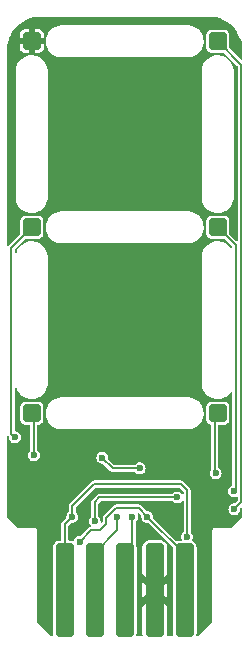
<source format=gbr>
%TF.GenerationSoftware,KiCad,Pcbnew,8.0.6*%
%TF.CreationDate,2025-01-11T11:08:49-05:00*%
%TF.ProjectId,RetroLite,52657472-6f4c-4697-9465-2e6b69636164,rev?*%
%TF.SameCoordinates,Original*%
%TF.FileFunction,Copper,L2,Bot*%
%TF.FilePolarity,Positive*%
%FSLAX46Y46*%
G04 Gerber Fmt 4.6, Leading zero omitted, Abs format (unit mm)*
G04 Created by KiCad (PCBNEW 8.0.6) date 2025-01-11 11:08:49*
%MOMM*%
%LPD*%
G01*
G04 APERTURE LIST*
G04 Aperture macros list*
%AMRoundRect*
0 Rectangle with rounded corners*
0 $1 Rounding radius*
0 $2 $3 $4 $5 $6 $7 $8 $9 X,Y pos of 4 corners*
0 Add a 4 corners polygon primitive as box body*
4,1,4,$2,$3,$4,$5,$6,$7,$8,$9,$2,$3,0*
0 Add four circle primitives for the rounded corners*
1,1,$1+$1,$2,$3*
1,1,$1+$1,$4,$5*
1,1,$1+$1,$6,$7*
1,1,$1+$1,$8,$9*
0 Add four rect primitives between the rounded corners*
20,1,$1+$1,$2,$3,$4,$5,0*
20,1,$1+$1,$4,$5,$6,$7,0*
20,1,$1+$1,$6,$7,$8,$9,0*
20,1,$1+$1,$8,$9,$2,$3,0*%
G04 Aperture macros list end*
%TA.AperFunction,SMDPad,CuDef*%
%ADD10RoundRect,0.400000X-0.400000X-3.600000X0.400000X-3.600000X0.400000X3.600000X-0.400000X3.600000X0*%
%TD*%
%TA.AperFunction,SMDPad,CuDef*%
%ADD11RoundRect,0.250000X0.512000X0.512000X-0.512000X0.512000X-0.512000X-0.512000X0.512000X-0.512000X0*%
%TD*%
%TA.AperFunction,ViaPad*%
%ADD12C,0.600000*%
%TD*%
%TA.AperFunction,Conductor*%
%ADD13C,0.200000*%
%TD*%
G04 APERTURE END LIST*
D10*
%TO.P,J1,6,Pin_6*%
%TO.N,MISO*%
X113715800Y-87122000D03*
%TO.P,J1,7,Pin_7*%
%TO.N,GND*%
X111175800Y-87122000D03*
%TO.P,J1,8,Pin_8*%
%TO.N,~{OE}*%
X108635800Y-87122000D03*
%TO.P,J1,9,Pin_9*%
%TO.N,LATCH*%
X106095800Y-87122000D03*
%TO.P,J1,10,Pin_10*%
%TO.N,CHAIN*%
X103555800Y-87122000D03*
%TD*%
D11*
%TO.P,TP5,1,1*%
%TO.N,/D*%
X116509800Y-72136000D03*
%TD*%
%TO.P,TP7,1,1*%
%TO.N,/F*%
X100761800Y-56388000D03*
%TD*%
%TO.P,TP2,1,1*%
%TO.N,/A*%
X116509800Y-40640000D03*
%TD*%
%TO.P,TP8,1,1*%
%TO.N,/G*%
X116509800Y-56388000D03*
%TD*%
%TO.P,TP6,1,1*%
%TO.N,/E*%
X100761800Y-72136000D03*
%TD*%
%TO.P,TP10,1,1*%
%TO.N,GND*%
X100761800Y-40640000D03*
%TD*%
D12*
%TO.N,MISO*%
X104825800Y-83007200D03*
X110540800Y-80924400D03*
%TO.N,GND*%
X114223800Y-42926000D03*
X114223800Y-74803000D03*
X114528600Y-80264000D03*
X102031800Y-87122000D03*
X114223800Y-58674000D03*
X115366800Y-39243000D03*
X117068600Y-81381600D03*
X112445800Y-81229200D03*
X115493800Y-87122000D03*
X103047800Y-54102000D03*
X104267000Y-82042000D03*
X114223800Y-69850000D03*
X103047800Y-42926000D03*
X103047800Y-69850000D03*
X103047800Y-58674000D03*
X101904800Y-39243000D03*
X114223800Y-54102000D03*
X109905800Y-83007200D03*
%TO.N,~{OE}*%
X109270800Y-80924400D03*
%TO.N,LATCH*%
X108000800Y-80924400D03*
%TO.N,VCC*%
X106095800Y-81280000D03*
X113080800Y-79270000D03*
%TO.N,Net-(U1-QG)*%
X109905800Y-76809600D03*
X106730800Y-75895200D03*
%TO.N,CHAIN*%
X104190800Y-80924400D03*
X113919000Y-82600800D03*
%TO.N,/A*%
X117906800Y-80264000D03*
%TO.N,/D*%
X116330800Y-77216000D03*
%TO.N,/E*%
X100940800Y-75692000D03*
%TO.N,/F*%
X99339400Y-74168000D03*
%TO.N,/G*%
X117895800Y-78740000D03*
%TD*%
D13*
%TO.N,MISO*%
X107914271Y-80162400D02*
X109804200Y-80162400D01*
X109804200Y-80162400D02*
X110540800Y-80899000D01*
X110540800Y-80899000D02*
X110540800Y-80924400D01*
X113715800Y-87122000D02*
X113715800Y-84099400D01*
X104825800Y-83007200D02*
X105791000Y-82042000D01*
X106502200Y-82042000D02*
X107061000Y-81483200D01*
X105791000Y-82042000D02*
X106502200Y-82042000D01*
X107061000Y-81015671D02*
X107914271Y-80162400D01*
X113715800Y-84099400D02*
X110540800Y-80924400D01*
X107061000Y-81483200D02*
X107061000Y-81015671D01*
%TO.N,~{OE}*%
X109270800Y-83185000D02*
X108635800Y-83820000D01*
X109270800Y-80924400D02*
X109270800Y-83185000D01*
X108635800Y-83820000D02*
X108635800Y-87122000D01*
%TO.N,LATCH*%
X108000800Y-82067400D02*
X106095800Y-83972400D01*
X108000800Y-80924400D02*
X108000800Y-82067400D01*
X106095800Y-83972400D02*
X106095800Y-87122000D01*
%TO.N,VCC*%
X106095800Y-81280000D02*
X106095800Y-79654400D01*
X106095800Y-79654400D02*
X106480200Y-79270000D01*
X106480200Y-79270000D02*
X113080800Y-79270000D01*
%TO.N,Net-(U1-QG)*%
X109905800Y-76809600D02*
X107645200Y-76809600D01*
X107645200Y-76809600D02*
X106730800Y-75895200D01*
%TO.N,CHAIN*%
X106045000Y-78130400D02*
X104190800Y-79984600D01*
X104190800Y-79984600D02*
X104190800Y-80924400D01*
X113919000Y-82600800D02*
X113919000Y-78663800D01*
X103555800Y-81559400D02*
X103555800Y-87122000D01*
X113385600Y-78130400D02*
X106045000Y-78130400D01*
X104190800Y-80924400D02*
X103555800Y-81559400D01*
X113919000Y-78663800D02*
X113385600Y-78130400D01*
%TO.N,/A*%
X118495800Y-42626000D02*
X118495800Y-79675000D01*
X118495800Y-79675000D02*
X117906800Y-80264000D01*
X116509800Y-40640000D02*
X118495800Y-42626000D01*
%TO.N,/D*%
X116330800Y-77216000D02*
X116255800Y-77141000D01*
X116255800Y-77141000D02*
X116255800Y-72390000D01*
X116255800Y-72390000D02*
X116509800Y-72136000D01*
%TO.N,/E*%
X100761800Y-72136000D02*
X100940800Y-72315000D01*
X100940800Y-72315000D02*
X100940800Y-75692000D01*
%TO.N,/F*%
X99034600Y-73863200D02*
X99339400Y-74168000D01*
X99034600Y-58115200D02*
X99034600Y-61264800D01*
X99034600Y-61264800D02*
X99034600Y-73863200D01*
X100761800Y-56388000D02*
X99034600Y-58115200D01*
%TO.N,/G*%
X118033800Y-78602000D02*
X117895800Y-78740000D01*
X118033800Y-57912000D02*
X118033800Y-78602000D01*
X116509800Y-56388000D02*
X118033800Y-57912000D01*
%TD*%
%TA.AperFunction,Conductor*%
%TO.N,GND*%
G36*
X115749865Y-38554615D02*
G01*
X116062482Y-38572171D01*
X116070717Y-38573100D01*
X116377326Y-38625196D01*
X116385417Y-38627042D01*
X116684287Y-38713144D01*
X116692100Y-38715878D01*
X116938298Y-38817857D01*
X116979450Y-38834903D01*
X116986913Y-38838497D01*
X117259132Y-38988947D01*
X117266141Y-38993351D01*
X117519802Y-39173333D01*
X117526279Y-39178498D01*
X117758193Y-39385748D01*
X117764051Y-39391606D01*
X117971299Y-39623518D01*
X117976466Y-39629997D01*
X118156448Y-39883658D01*
X118160855Y-39890672D01*
X118265588Y-40080171D01*
X118311296Y-40162873D01*
X118314896Y-40170349D01*
X118433917Y-40457689D01*
X118436658Y-40465522D01*
X118522757Y-40764383D01*
X118524603Y-40772473D01*
X118576698Y-41079076D01*
X118577628Y-41087323D01*
X118595184Y-41399934D01*
X118595300Y-41404083D01*
X118595300Y-42121877D01*
X118573626Y-42174203D01*
X118521300Y-42195877D01*
X118468974Y-42174203D01*
X117493974Y-41199203D01*
X117472300Y-41146877D01*
X117472300Y-40073740D01*
X117472300Y-40073734D01*
X117469446Y-40043301D01*
X117424593Y-39915118D01*
X117403870Y-39887039D01*
X117343953Y-39805853D01*
X117343946Y-39805846D01*
X117234683Y-39725207D01*
X117234681Y-39725206D01*
X117106504Y-39680355D01*
X117106505Y-39680355D01*
X117106500Y-39680354D01*
X117106499Y-39680354D01*
X117076066Y-39677500D01*
X115943534Y-39677500D01*
X115913101Y-39680354D01*
X115913099Y-39680354D01*
X115913095Y-39680355D01*
X115784918Y-39725206D01*
X115784916Y-39725207D01*
X115675653Y-39805846D01*
X115675646Y-39805853D01*
X115595007Y-39915116D01*
X115595006Y-39915118D01*
X115550155Y-40043295D01*
X115550154Y-40043299D01*
X115550154Y-40043301D01*
X115547300Y-40073734D01*
X115547300Y-41206266D01*
X115550154Y-41236699D01*
X115550154Y-41236701D01*
X115550155Y-41236704D01*
X115595006Y-41364881D01*
X115595007Y-41364883D01*
X115675646Y-41474146D01*
X115675653Y-41474153D01*
X115784916Y-41554792D01*
X115784918Y-41554793D01*
X115913095Y-41599644D01*
X115913101Y-41599646D01*
X115943534Y-41602500D01*
X117016677Y-41602500D01*
X117069003Y-41624174D01*
X118173626Y-42728797D01*
X118195300Y-42781123D01*
X118195300Y-57469877D01*
X118173626Y-57522203D01*
X118121300Y-57543877D01*
X118068974Y-57522203D01*
X117493974Y-56947203D01*
X117472300Y-56894877D01*
X117472300Y-55821740D01*
X117472300Y-55821734D01*
X117469446Y-55791301D01*
X117424593Y-55663118D01*
X117424592Y-55663116D01*
X117343953Y-55553853D01*
X117343946Y-55553846D01*
X117234683Y-55473207D01*
X117234681Y-55473206D01*
X117106504Y-55428355D01*
X117106505Y-55428355D01*
X117106500Y-55428354D01*
X117106499Y-55428354D01*
X117076066Y-55425500D01*
X115943534Y-55425500D01*
X115913101Y-55428354D01*
X115913099Y-55428354D01*
X115913095Y-55428355D01*
X115784918Y-55473206D01*
X115784916Y-55473207D01*
X115675653Y-55553846D01*
X115675646Y-55553853D01*
X115595007Y-55663116D01*
X115595006Y-55663118D01*
X115550155Y-55791295D01*
X115550154Y-55791299D01*
X115550154Y-55791301D01*
X115547300Y-55821734D01*
X115547300Y-56954266D01*
X115550154Y-56984699D01*
X115550154Y-56984701D01*
X115550155Y-56984704D01*
X115595006Y-57112881D01*
X115595007Y-57112883D01*
X115675646Y-57222146D01*
X115675653Y-57222153D01*
X115784916Y-57302792D01*
X115784918Y-57302793D01*
X115913095Y-57347644D01*
X115913101Y-57347646D01*
X115943534Y-57350500D01*
X117016677Y-57350500D01*
X117069003Y-57372174D01*
X117711626Y-58014797D01*
X117733300Y-58067123D01*
X117733300Y-58097044D01*
X117711626Y-58149370D01*
X117659300Y-58171044D01*
X117606974Y-58149370D01*
X117600904Y-58142496D01*
X117501634Y-58014953D01*
X117349321Y-57874740D01*
X117337823Y-57864155D01*
X117151427Y-57742376D01*
X117126628Y-57731498D01*
X116947535Y-57652940D01*
X116947531Y-57652939D01*
X116947529Y-57652938D01*
X116801003Y-57615832D01*
X116731684Y-57598278D01*
X116509803Y-57579894D01*
X116509797Y-57579894D01*
X116287915Y-57598278D01*
X116141383Y-57635385D01*
X116072071Y-57652938D01*
X116072069Y-57652938D01*
X116072064Y-57652940D01*
X115868172Y-57742376D01*
X115681788Y-57864147D01*
X115681778Y-57864154D01*
X115517966Y-58014953D01*
X115381215Y-58190652D01*
X115381213Y-58190653D01*
X115381213Y-58190655D01*
X115381211Y-58190658D01*
X115381209Y-58190662D01*
X115275241Y-58386471D01*
X115202947Y-58597059D01*
X115180055Y-58734241D01*
X115166300Y-58816672D01*
X115166300Y-58888116D01*
X115166300Y-69556118D01*
X115166300Y-69596000D01*
X115166300Y-69707326D01*
X115184640Y-69817232D01*
X115202947Y-69926938D01*
X115275241Y-70137526D01*
X115336923Y-70251504D01*
X115381213Y-70333343D01*
X115417263Y-70379660D01*
X115454072Y-70426953D01*
X115517968Y-70509046D01*
X115681777Y-70659843D01*
X115868173Y-70781622D01*
X116072071Y-70871060D01*
X116287909Y-70925718D01*
X116287912Y-70925718D01*
X116287915Y-70925719D01*
X116509797Y-70944104D01*
X116509800Y-70944104D01*
X116509803Y-70944104D01*
X116731684Y-70925719D01*
X116731686Y-70925718D01*
X116731691Y-70925718D01*
X116947529Y-70871060D01*
X117151427Y-70781622D01*
X117337823Y-70659843D01*
X117501632Y-70509046D01*
X117600903Y-70381501D01*
X117650146Y-70353521D01*
X117704751Y-70368556D01*
X117732732Y-70417799D01*
X117733300Y-70426953D01*
X117733300Y-78210773D01*
X117711626Y-78263099D01*
X117690044Y-78278084D01*
X117685749Y-78280045D01*
X117564675Y-78357855D01*
X117564668Y-78357860D01*
X117470423Y-78466626D01*
X117470423Y-78466627D01*
X117410636Y-78597542D01*
X117410635Y-78597544D01*
X117390153Y-78740000D01*
X117410634Y-78882454D01*
X117410634Y-78882455D01*
X117410635Y-78882457D01*
X117450300Y-78969311D01*
X117470423Y-79013373D01*
X117564668Y-79122139D01*
X117564669Y-79122140D01*
X117564672Y-79122143D01*
X117685747Y-79199953D01*
X117792203Y-79231211D01*
X117823835Y-79240499D01*
X117823837Y-79240500D01*
X117823839Y-79240500D01*
X117967762Y-79240500D01*
X117994713Y-79232586D01*
X118100453Y-79201538D01*
X118156764Y-79207591D01*
X118192302Y-79251691D01*
X118195300Y-79272540D01*
X118195300Y-79519876D01*
X118173626Y-79572202D01*
X118004002Y-79741826D01*
X117951676Y-79763500D01*
X117834836Y-79763500D01*
X117696749Y-79804046D01*
X117696745Y-79804047D01*
X117575675Y-79881855D01*
X117575668Y-79881860D01*
X117481423Y-79990626D01*
X117421634Y-80121545D01*
X117401153Y-80264000D01*
X117421634Y-80406454D01*
X117421634Y-80406455D01*
X117421635Y-80406457D01*
X117455666Y-80480974D01*
X117481423Y-80537373D01*
X117575668Y-80646139D01*
X117575669Y-80646140D01*
X117575672Y-80646143D01*
X117668274Y-80705654D01*
X117672130Y-80708133D01*
X117696747Y-80723953D01*
X117803203Y-80755211D01*
X117834835Y-80764499D01*
X117834837Y-80764500D01*
X117834839Y-80764500D01*
X117978763Y-80764500D01*
X117978764Y-80764499D01*
X118116853Y-80723953D01*
X118237928Y-80646143D01*
X118332177Y-80537373D01*
X118391965Y-80406457D01*
X118412447Y-80264000D01*
X118407576Y-80230128D01*
X118421582Y-80175253D01*
X118428490Y-80167279D01*
X118468975Y-80126794D01*
X118521301Y-80105122D01*
X118573627Y-80126797D01*
X118595300Y-80179122D01*
X118595300Y-80912298D01*
X118573626Y-80964624D01*
X117718424Y-81819826D01*
X117666098Y-81841500D01*
X116215918Y-81841500D01*
X116142228Y-81872022D01*
X116085822Y-81928428D01*
X116055300Y-82002116D01*
X116055300Y-89802298D01*
X116033626Y-89854624D01*
X114924424Y-90963826D01*
X114872098Y-90985500D01*
X114767380Y-90985500D01*
X114715054Y-90963826D01*
X114693380Y-90911500D01*
X114699012Y-90883183D01*
X114700844Y-90878762D01*
X114716300Y-90761361D01*
X114716299Y-83482640D01*
X114700844Y-83365238D01*
X114640336Y-83219159D01*
X114544082Y-83093718D01*
X114544079Y-83093715D01*
X114418641Y-82997464D01*
X114379218Y-82981134D01*
X114339170Y-82941085D01*
X114339170Y-82884448D01*
X114343211Y-82876724D01*
X114344374Y-82874175D01*
X114344377Y-82874173D01*
X114404165Y-82743257D01*
X114424647Y-82600800D01*
X114404165Y-82458343D01*
X114344377Y-82327427D01*
X114270788Y-82242500D01*
X114250131Y-82218660D01*
X114246128Y-82215192D01*
X114248041Y-82212983D01*
X114221183Y-82174259D01*
X114219500Y-82158566D01*
X114219500Y-78624238D01*
X114212347Y-78597543D01*
X114199022Y-78547812D01*
X114159460Y-78479289D01*
X113570111Y-77889940D01*
X113570106Y-77889937D01*
X113501590Y-77850379D01*
X113501585Y-77850377D01*
X113425164Y-77829900D01*
X113425162Y-77829900D01*
X106084562Y-77829900D01*
X106005438Y-77829900D01*
X105929012Y-77850378D01*
X105929011Y-77850378D01*
X105929009Y-77850379D01*
X105929007Y-77850380D01*
X105860492Y-77889937D01*
X104006289Y-79744140D01*
X103950340Y-79800088D01*
X103910779Y-79868609D01*
X103910777Y-79868614D01*
X103890300Y-79945035D01*
X103890300Y-80482166D01*
X103868626Y-80534492D01*
X103863515Y-80538611D01*
X103863672Y-80538792D01*
X103859668Y-80542260D01*
X103765423Y-80651026D01*
X103705634Y-80781945D01*
X103685153Y-80924400D01*
X103690022Y-80958270D01*
X103676014Y-81013148D01*
X103669101Y-81021126D01*
X103371289Y-81318940D01*
X103315340Y-81374888D01*
X103275779Y-81443409D01*
X103275777Y-81443414D01*
X103255300Y-81519835D01*
X103255300Y-82847500D01*
X103233626Y-82899826D01*
X103181301Y-82921500D01*
X103116440Y-82921500D01*
X102999040Y-82936955D01*
X102999036Y-82936956D01*
X102852959Y-82997463D01*
X102727520Y-83093715D01*
X102727515Y-83093720D01*
X102631264Y-83219158D01*
X102570755Y-83365238D01*
X102555300Y-83482640D01*
X102555300Y-90761359D01*
X102570755Y-90878759D01*
X102570755Y-90878760D01*
X102570756Y-90878762D01*
X102572587Y-90883182D01*
X102572587Y-90939818D01*
X102532539Y-90979867D01*
X102504220Y-90985500D01*
X102399502Y-90985500D01*
X102347176Y-90963826D01*
X101237974Y-89854624D01*
X101216300Y-89802298D01*
X101216300Y-82002118D01*
X101216299Y-82002116D01*
X101185777Y-81928428D01*
X101185775Y-81928425D01*
X101129375Y-81872025D01*
X101129371Y-81872022D01*
X101055682Y-81841500D01*
X99605502Y-81841500D01*
X99553176Y-81819826D01*
X98697974Y-80964624D01*
X98676300Y-80912298D01*
X98676300Y-74108523D01*
X98697974Y-74056197D01*
X98750300Y-74034523D01*
X98802626Y-74056197D01*
X98817701Y-74071272D01*
X98839375Y-74123598D01*
X98838622Y-74134127D01*
X98833753Y-74167998D01*
X98833753Y-74167999D01*
X98854234Y-74310454D01*
X98914023Y-74441373D01*
X99008268Y-74550139D01*
X99008269Y-74550140D01*
X99008272Y-74550143D01*
X99129347Y-74627953D01*
X99235803Y-74659211D01*
X99267435Y-74668499D01*
X99267437Y-74668500D01*
X99267439Y-74668500D01*
X99411363Y-74668500D01*
X99411364Y-74668499D01*
X99549453Y-74627953D01*
X99670528Y-74550143D01*
X99764777Y-74441373D01*
X99824565Y-74310457D01*
X99845047Y-74168000D01*
X99824565Y-74025543D01*
X99764777Y-73894627D01*
X99670528Y-73785857D01*
X99613582Y-73749260D01*
X99549454Y-73708047D01*
X99549450Y-73708046D01*
X99411364Y-73667500D01*
X99411361Y-73667500D01*
X99409100Y-73667500D01*
X99407897Y-73667001D01*
X99406125Y-73666747D01*
X99406190Y-73666294D01*
X99356774Y-73645826D01*
X99335100Y-73593500D01*
X99335100Y-71569734D01*
X99799300Y-71569734D01*
X99799300Y-72702266D01*
X99802154Y-72732699D01*
X99802154Y-72732701D01*
X99802155Y-72732704D01*
X99847006Y-72860881D01*
X99847007Y-72860883D01*
X99927646Y-72970146D01*
X99927653Y-72970153D01*
X100036916Y-73050792D01*
X100036918Y-73050793D01*
X100165095Y-73095644D01*
X100165101Y-73095646D01*
X100195534Y-73098500D01*
X100566300Y-73098500D01*
X100618626Y-73120174D01*
X100640300Y-73172500D01*
X100640300Y-75249766D01*
X100618626Y-75302092D01*
X100613515Y-75306211D01*
X100613672Y-75306392D01*
X100609668Y-75309860D01*
X100515423Y-75418626D01*
X100455634Y-75549545D01*
X100435153Y-75692000D01*
X100455634Y-75834454D01*
X100515423Y-75965373D01*
X100609668Y-76074139D01*
X100609669Y-76074140D01*
X100609672Y-76074143D01*
X100730747Y-76151953D01*
X100837203Y-76183211D01*
X100868835Y-76192499D01*
X100868837Y-76192500D01*
X100868839Y-76192500D01*
X101012763Y-76192500D01*
X101012764Y-76192499D01*
X101150853Y-76151953D01*
X101271928Y-76074143D01*
X101366177Y-75965373D01*
X101398224Y-75895200D01*
X106225153Y-75895200D01*
X106245634Y-76037654D01*
X106245634Y-76037655D01*
X106245635Y-76037657D01*
X106297832Y-76151952D01*
X106305423Y-76168573D01*
X106399668Y-76277339D01*
X106399669Y-76277340D01*
X106399672Y-76277343D01*
X106520747Y-76355153D01*
X106627203Y-76386411D01*
X106658835Y-76395699D01*
X106658837Y-76395700D01*
X106775677Y-76395700D01*
X106828003Y-76417374D01*
X107404740Y-76994111D01*
X107460689Y-77050060D01*
X107529211Y-77089621D01*
X107529212Y-77089621D01*
X107529214Y-77089622D01*
X107567424Y-77099860D01*
X107605635Y-77110099D01*
X107605636Y-77110100D01*
X107605638Y-77110100D01*
X107684762Y-77110100D01*
X109470133Y-77110100D01*
X109522459Y-77131774D01*
X109526059Y-77135641D01*
X109574668Y-77191739D01*
X109574671Y-77191742D01*
X109574672Y-77191743D01*
X109695747Y-77269553D01*
X109802203Y-77300811D01*
X109833835Y-77310099D01*
X109833837Y-77310100D01*
X109833839Y-77310100D01*
X109977763Y-77310100D01*
X109977764Y-77310099D01*
X110115853Y-77269553D01*
X110236928Y-77191743D01*
X110331177Y-77082973D01*
X110390965Y-76952057D01*
X110411447Y-76809600D01*
X110390965Y-76667143D01*
X110331177Y-76536227D01*
X110236928Y-76427457D01*
X110124421Y-76355153D01*
X110115854Y-76349647D01*
X110115850Y-76349646D01*
X109977764Y-76309100D01*
X109977761Y-76309100D01*
X109833839Y-76309100D01*
X109833836Y-76309100D01*
X109695749Y-76349646D01*
X109695745Y-76349647D01*
X109574671Y-76427457D01*
X109574668Y-76427460D01*
X109526059Y-76483559D01*
X109475412Y-76508911D01*
X109470133Y-76509100D01*
X107800323Y-76509100D01*
X107747997Y-76487426D01*
X107252497Y-75991926D01*
X107230823Y-75939600D01*
X107231577Y-75929066D01*
X107236447Y-75895202D01*
X107236447Y-75895201D01*
X107236447Y-75895200D01*
X107215965Y-75752743D01*
X107156177Y-75621827D01*
X107061928Y-75513057D01*
X107004982Y-75476460D01*
X106940854Y-75435247D01*
X106940850Y-75435246D01*
X106802764Y-75394700D01*
X106802761Y-75394700D01*
X106658839Y-75394700D01*
X106658836Y-75394700D01*
X106520749Y-75435246D01*
X106520745Y-75435247D01*
X106399675Y-75513055D01*
X106399668Y-75513060D01*
X106305423Y-75621826D01*
X106245634Y-75752745D01*
X106225153Y-75895200D01*
X101398224Y-75895200D01*
X101425965Y-75834457D01*
X101446447Y-75692000D01*
X101425965Y-75549543D01*
X101366177Y-75418627D01*
X101271928Y-75309857D01*
X101271926Y-75309855D01*
X101267928Y-75306392D01*
X101269841Y-75304183D01*
X101242983Y-75265459D01*
X101241300Y-75249766D01*
X101241300Y-73172500D01*
X101262974Y-73120174D01*
X101315300Y-73098500D01*
X101328058Y-73098500D01*
X101328066Y-73098500D01*
X101358499Y-73095646D01*
X101486682Y-73050793D01*
X101595950Y-72970150D01*
X101676593Y-72860882D01*
X101721446Y-72732699D01*
X101724300Y-72702266D01*
X101724300Y-72135996D01*
X101953696Y-72135996D01*
X101953696Y-72136003D01*
X101972080Y-72357884D01*
X101972082Y-72357891D01*
X102007228Y-72496679D01*
X102026742Y-72573734D01*
X102116178Y-72777626D01*
X102170571Y-72860882D01*
X102237956Y-72964022D01*
X102388754Y-73127832D01*
X102564456Y-73264587D01*
X102760272Y-73370557D01*
X102970859Y-73442852D01*
X103190473Y-73479499D01*
X103247195Y-73479499D01*
X103247199Y-73479500D01*
X103261917Y-73479500D01*
X114040334Y-73479500D01*
X114040336Y-73479499D01*
X114081127Y-73479499D01*
X114300741Y-73442852D01*
X114511328Y-73370557D01*
X114707144Y-73264587D01*
X114882846Y-73127832D01*
X115033644Y-72964022D01*
X115155422Y-72777626D01*
X115244860Y-72573728D01*
X115299518Y-72357891D01*
X115302669Y-72319873D01*
X115317904Y-72136003D01*
X115317904Y-72135996D01*
X115299519Y-71914115D01*
X115299518Y-71914112D01*
X115299518Y-71914109D01*
X115244860Y-71698272D01*
X115188478Y-71569734D01*
X115547300Y-71569734D01*
X115547300Y-72702266D01*
X115550154Y-72732699D01*
X115550154Y-72732701D01*
X115550155Y-72732704D01*
X115595006Y-72860881D01*
X115595007Y-72860883D01*
X115675646Y-72970146D01*
X115675653Y-72970153D01*
X115784916Y-73050792D01*
X115784918Y-73050793D01*
X115905741Y-73093071D01*
X115947972Y-73130810D01*
X115955300Y-73162918D01*
X115955300Y-76857464D01*
X115937226Y-76905923D01*
X115905425Y-76942622D01*
X115905424Y-76942624D01*
X115845634Y-77073545D01*
X115825153Y-77216000D01*
X115845634Y-77358454D01*
X115905423Y-77489373D01*
X115999668Y-77598139D01*
X115999669Y-77598140D01*
X115999672Y-77598143D01*
X116120747Y-77675953D01*
X116227203Y-77707211D01*
X116258835Y-77716499D01*
X116258837Y-77716500D01*
X116258839Y-77716500D01*
X116402763Y-77716500D01*
X116402764Y-77716499D01*
X116540853Y-77675953D01*
X116661928Y-77598143D01*
X116756177Y-77489373D01*
X116815965Y-77358457D01*
X116836447Y-77216000D01*
X116815965Y-77073543D01*
X116756177Y-76942627D01*
X116706300Y-76885065D01*
X116661931Y-76833860D01*
X116661929Y-76833859D01*
X116661928Y-76833857D01*
X116590291Y-76787818D01*
X116557991Y-76741297D01*
X116556300Y-76725567D01*
X116556300Y-73172500D01*
X116577974Y-73120174D01*
X116630300Y-73098500D01*
X117076058Y-73098500D01*
X117076066Y-73098500D01*
X117106499Y-73095646D01*
X117234682Y-73050793D01*
X117343950Y-72970150D01*
X117424593Y-72860882D01*
X117469446Y-72732699D01*
X117472300Y-72702266D01*
X117472300Y-71569734D01*
X117469446Y-71539301D01*
X117424593Y-71411118D01*
X117424592Y-71411116D01*
X117343953Y-71301853D01*
X117343946Y-71301846D01*
X117234683Y-71221207D01*
X117234681Y-71221206D01*
X117106504Y-71176355D01*
X117106505Y-71176355D01*
X117106500Y-71176354D01*
X117106499Y-71176354D01*
X117076066Y-71173500D01*
X115943534Y-71173500D01*
X115913101Y-71176354D01*
X115913099Y-71176354D01*
X115913095Y-71176355D01*
X115784918Y-71221206D01*
X115784916Y-71221207D01*
X115675653Y-71301846D01*
X115675646Y-71301853D01*
X115595007Y-71411116D01*
X115595006Y-71411118D01*
X115550155Y-71539295D01*
X115550154Y-71539299D01*
X115550154Y-71539301D01*
X115547300Y-71569734D01*
X115188478Y-71569734D01*
X115155422Y-71494374D01*
X115033644Y-71307978D01*
X114882846Y-71144168D01*
X114832808Y-71105222D01*
X114707146Y-71007414D01*
X114511329Y-70901443D01*
X114410428Y-70866803D01*
X114300741Y-70829148D01*
X114300738Y-70829147D01*
X114300737Y-70829147D01*
X114227711Y-70816961D01*
X114081127Y-70792501D01*
X114081122Y-70792500D01*
X114081120Y-70792500D01*
X114009683Y-70792500D01*
X103261917Y-70792500D01*
X103261916Y-70792500D01*
X103190479Y-70792500D01*
X103190476Y-70792500D01*
X103190473Y-70792501D01*
X103080535Y-70810846D01*
X102970862Y-70829147D01*
X102760270Y-70901443D01*
X102564453Y-71007414D01*
X102388752Y-71144169D01*
X102237953Y-71307981D01*
X102116178Y-71494373D01*
X102026742Y-71698265D01*
X101972080Y-71914115D01*
X101953696Y-72135996D01*
X101724300Y-72135996D01*
X101724300Y-71569734D01*
X101721446Y-71539301D01*
X101676593Y-71411118D01*
X101676592Y-71411116D01*
X101595953Y-71301853D01*
X101595946Y-71301846D01*
X101486683Y-71221207D01*
X101486681Y-71221206D01*
X101358504Y-71176355D01*
X101358505Y-71176355D01*
X101358500Y-71176354D01*
X101358499Y-71176354D01*
X101328066Y-71173500D01*
X100195534Y-71173500D01*
X100165101Y-71176354D01*
X100165099Y-71176354D01*
X100165095Y-71176355D01*
X100036918Y-71221206D01*
X100036916Y-71221207D01*
X99927653Y-71301846D01*
X99927646Y-71301853D01*
X99847007Y-71411116D01*
X99847006Y-71411118D01*
X99802155Y-71539295D01*
X99802154Y-71539299D01*
X99802154Y-71539301D01*
X99799300Y-71569734D01*
X99335100Y-71569734D01*
X99335100Y-70021293D01*
X99356774Y-69968967D01*
X99409100Y-69947293D01*
X99461426Y-69968967D01*
X99479089Y-69997263D01*
X99487339Y-70021293D01*
X99527241Y-70137527D01*
X99527242Y-70137528D01*
X99633213Y-70333344D01*
X99660620Y-70368556D01*
X99769965Y-70509044D01*
X99769968Y-70509047D01*
X99933777Y-70659844D01*
X100120173Y-70781623D01*
X100324071Y-70871061D01*
X100539909Y-70925719D01*
X100539912Y-70925719D01*
X100539915Y-70925720D01*
X100761797Y-70944105D01*
X100761800Y-70944105D01*
X100761803Y-70944105D01*
X100983684Y-70925720D01*
X100983686Y-70925719D01*
X100983691Y-70925719D01*
X101199529Y-70871061D01*
X101403427Y-70781623D01*
X101589823Y-70659844D01*
X101753632Y-70509047D01*
X101890387Y-70333344D01*
X101996358Y-70137528D01*
X102068652Y-69926941D01*
X102105300Y-69707327D01*
X102105300Y-69596001D01*
X102105300Y-69556119D01*
X102105300Y-69556118D01*
X102105300Y-58888117D01*
X102105300Y-58888116D01*
X102105300Y-58816673D01*
X102068652Y-58597059D01*
X101996358Y-58386472D01*
X101890387Y-58190656D01*
X101753632Y-58014953D01*
X101589823Y-57864156D01*
X101403427Y-57742377D01*
X101378628Y-57731499D01*
X101199535Y-57652941D01*
X101199531Y-57652940D01*
X101199529Y-57652939D01*
X101053003Y-57615833D01*
X100983684Y-57598279D01*
X100761803Y-57579895D01*
X100761797Y-57579895D01*
X100539915Y-57598279D01*
X100393383Y-57635386D01*
X100324071Y-57652939D01*
X100324069Y-57652939D01*
X100324064Y-57652941D01*
X100120172Y-57742377D01*
X99933788Y-57864148D01*
X99933778Y-57864155D01*
X99769966Y-58014954D01*
X99633215Y-58190653D01*
X99633209Y-58190663D01*
X99527241Y-58386472D01*
X99479091Y-58526733D01*
X99441601Y-58569187D01*
X99385073Y-58572697D01*
X99342619Y-58535207D01*
X99335100Y-58502706D01*
X99335100Y-58270323D01*
X99356774Y-58217997D01*
X100202597Y-57372174D01*
X100254923Y-57350500D01*
X101328058Y-57350500D01*
X101328066Y-57350500D01*
X101358499Y-57347646D01*
X101486682Y-57302793D01*
X101595950Y-57222150D01*
X101676593Y-57112882D01*
X101721446Y-56984699D01*
X101724300Y-56954266D01*
X101724300Y-56387996D01*
X101953696Y-56387996D01*
X101953696Y-56388003D01*
X101972080Y-56609884D01*
X101972082Y-56609891D01*
X102007228Y-56748679D01*
X102026742Y-56825734D01*
X102116178Y-57029626D01*
X102170571Y-57112882D01*
X102237956Y-57216022D01*
X102388754Y-57379832D01*
X102564456Y-57516587D01*
X102760272Y-57622557D01*
X102970859Y-57694852D01*
X103190473Y-57731499D01*
X103247195Y-57731499D01*
X103247199Y-57731500D01*
X103261917Y-57731500D01*
X114040334Y-57731500D01*
X114040336Y-57731499D01*
X114081127Y-57731499D01*
X114300741Y-57694852D01*
X114511328Y-57622557D01*
X114707144Y-57516587D01*
X114882846Y-57379832D01*
X115033644Y-57216022D01*
X115155422Y-57029626D01*
X115244860Y-56825728D01*
X115299518Y-56609891D01*
X115302669Y-56571873D01*
X115317904Y-56388003D01*
X115317904Y-56387996D01*
X115299519Y-56166115D01*
X115299518Y-56166112D01*
X115299518Y-56166109D01*
X115244860Y-55950272D01*
X115155422Y-55746374D01*
X115033644Y-55559978D01*
X114882846Y-55396168D01*
X114832808Y-55357222D01*
X114707146Y-55259414D01*
X114511329Y-55153443D01*
X114410428Y-55118803D01*
X114300741Y-55081148D01*
X114300738Y-55081147D01*
X114300737Y-55081147D01*
X114227711Y-55068961D01*
X114081127Y-55044501D01*
X114081122Y-55044500D01*
X114081120Y-55044500D01*
X114009683Y-55044500D01*
X103261917Y-55044500D01*
X103261916Y-55044500D01*
X103190479Y-55044500D01*
X103190476Y-55044500D01*
X103190473Y-55044501D01*
X103080535Y-55062846D01*
X102970862Y-55081147D01*
X102760270Y-55153443D01*
X102564453Y-55259414D01*
X102388752Y-55396169D01*
X102237953Y-55559981D01*
X102116178Y-55746373D01*
X102026742Y-55950265D01*
X101972080Y-56166115D01*
X101953696Y-56387996D01*
X101724300Y-56387996D01*
X101724300Y-55821734D01*
X101721446Y-55791301D01*
X101676593Y-55663118D01*
X101676592Y-55663116D01*
X101595953Y-55553853D01*
X101595946Y-55553846D01*
X101486683Y-55473207D01*
X101486681Y-55473206D01*
X101358504Y-55428355D01*
X101358505Y-55428355D01*
X101358500Y-55428354D01*
X101358499Y-55428354D01*
X101328066Y-55425500D01*
X100195534Y-55425500D01*
X100165101Y-55428354D01*
X100165099Y-55428354D01*
X100165095Y-55428355D01*
X100036918Y-55473206D01*
X100036916Y-55473207D01*
X99927653Y-55553846D01*
X99927646Y-55553853D01*
X99847007Y-55663116D01*
X99847006Y-55663118D01*
X99802155Y-55791295D01*
X99802154Y-55791299D01*
X99802154Y-55791301D01*
X99799300Y-55821734D01*
X99799300Y-55821740D01*
X99799300Y-56894877D01*
X99777626Y-56947203D01*
X98802626Y-57922203D01*
X98750300Y-57943877D01*
X98697974Y-57922203D01*
X98676300Y-57869877D01*
X98676300Y-43068674D01*
X99418300Y-43068674D01*
X99418300Y-43140117D01*
X99418300Y-43140118D01*
X99418300Y-53808119D01*
X99418300Y-53808120D01*
X99418300Y-53848002D01*
X99418300Y-53959328D01*
X99430406Y-54031874D01*
X99454947Y-54178940D01*
X99527241Y-54389528D01*
X99527242Y-54389529D01*
X99633213Y-54585345D01*
X99633214Y-54585346D01*
X99633215Y-54585347D01*
X99769965Y-54761045D01*
X99769968Y-54761048D01*
X99933777Y-54911845D01*
X100120173Y-55033624D01*
X100324071Y-55123062D01*
X100539909Y-55177720D01*
X100539912Y-55177720D01*
X100539915Y-55177721D01*
X100761797Y-55196106D01*
X100761800Y-55196106D01*
X100761803Y-55196106D01*
X100983684Y-55177721D01*
X100983686Y-55177720D01*
X100983691Y-55177720D01*
X101199529Y-55123062D01*
X101403427Y-55033624D01*
X101589823Y-54911845D01*
X101753632Y-54761048D01*
X101890387Y-54585345D01*
X101996358Y-54389529D01*
X102068652Y-54178942D01*
X102105300Y-53959328D01*
X102105300Y-53848002D01*
X102105300Y-53808120D01*
X102105300Y-53808119D01*
X102105300Y-43140118D01*
X102105300Y-43140117D01*
X102105300Y-43068674D01*
X102105300Y-43068673D01*
X115166300Y-43068673D01*
X115166300Y-43140117D01*
X115166300Y-53808119D01*
X115166300Y-53848001D01*
X115166300Y-53959327D01*
X115184640Y-54069233D01*
X115202947Y-54178939D01*
X115275241Y-54389527D01*
X115336923Y-54503505D01*
X115381213Y-54585344D01*
X115517968Y-54761047D01*
X115681777Y-54911844D01*
X115868173Y-55033623D01*
X116072071Y-55123061D01*
X116287909Y-55177719D01*
X116287912Y-55177719D01*
X116287915Y-55177720D01*
X116509797Y-55196105D01*
X116509800Y-55196105D01*
X116509803Y-55196105D01*
X116731684Y-55177720D01*
X116731686Y-55177719D01*
X116731691Y-55177719D01*
X116947529Y-55123061D01*
X117151427Y-55033623D01*
X117337823Y-54911844D01*
X117501632Y-54761047D01*
X117638387Y-54585344D01*
X117744358Y-54389528D01*
X117816652Y-54178941D01*
X117853300Y-53959327D01*
X117853300Y-53848001D01*
X117853300Y-53808119D01*
X117853300Y-43140117D01*
X117853300Y-43068673D01*
X117816652Y-42849059D01*
X117744358Y-42638472D01*
X117638387Y-42442656D01*
X117501632Y-42266953D01*
X117337823Y-42116156D01*
X117151427Y-41994377D01*
X117126628Y-41983499D01*
X116947535Y-41904941D01*
X116947531Y-41904940D01*
X116947529Y-41904939D01*
X116801003Y-41867833D01*
X116731684Y-41850279D01*
X116509803Y-41831895D01*
X116509797Y-41831895D01*
X116287915Y-41850279D01*
X116141383Y-41887386D01*
X116072071Y-41904939D01*
X116072069Y-41904939D01*
X116072064Y-41904941D01*
X115868172Y-41994377D01*
X115681788Y-42116148D01*
X115681778Y-42116155D01*
X115517966Y-42266954D01*
X115381215Y-42442653D01*
X115381213Y-42442654D01*
X115381213Y-42442656D01*
X115381211Y-42442659D01*
X115381209Y-42442663D01*
X115275241Y-42638472D01*
X115202947Y-42849060D01*
X115180055Y-42986242D01*
X115166300Y-43068673D01*
X102105300Y-43068673D01*
X102068652Y-42849060D01*
X101996358Y-42638473D01*
X101890387Y-42442657D01*
X101753632Y-42266954D01*
X101589823Y-42116157D01*
X101403427Y-41994378D01*
X101378628Y-41983500D01*
X101199535Y-41904942D01*
X101199531Y-41904941D01*
X101199529Y-41904940D01*
X101053003Y-41867834D01*
X100983684Y-41850280D01*
X100761803Y-41831896D01*
X100761797Y-41831896D01*
X100539915Y-41850280D01*
X100393383Y-41887387D01*
X100324071Y-41904940D01*
X100324069Y-41904940D01*
X100324064Y-41904942D01*
X100120172Y-41994378D01*
X99933788Y-42116149D01*
X99933778Y-42116156D01*
X99769966Y-42266955D01*
X99633215Y-42442654D01*
X99633209Y-42442664D01*
X99527241Y-42638473D01*
X99454947Y-42849061D01*
X99432055Y-42986243D01*
X99418300Y-43068674D01*
X98676300Y-43068674D01*
X98676300Y-41404083D01*
X98676416Y-41399934D01*
X98678384Y-41364882D01*
X98687653Y-41199828D01*
X99749800Y-41199828D01*
X99756202Y-41259375D01*
X99756203Y-41259380D01*
X99806445Y-41394087D01*
X99806446Y-41394088D01*
X99892611Y-41509188D01*
X100007711Y-41595353D01*
X100007712Y-41595354D01*
X100142419Y-41645596D01*
X100142424Y-41645597D01*
X100201971Y-41652000D01*
X100511800Y-41652000D01*
X101011800Y-41652000D01*
X101321629Y-41652000D01*
X101381175Y-41645597D01*
X101381180Y-41645596D01*
X101515887Y-41595354D01*
X101515888Y-41595353D01*
X101630988Y-41509188D01*
X101717153Y-41394088D01*
X101717154Y-41394087D01*
X101767396Y-41259380D01*
X101767397Y-41259375D01*
X101773800Y-41199828D01*
X101773800Y-40890000D01*
X101011800Y-40890000D01*
X101011800Y-41652000D01*
X100511800Y-41652000D01*
X100511800Y-40890000D01*
X99749800Y-40890000D01*
X99749800Y-41199828D01*
X98687653Y-41199828D01*
X98693971Y-41087315D01*
X98694901Y-41079076D01*
X98695131Y-41077728D01*
X98746996Y-40772469D01*
X98748842Y-40764383D01*
X98784677Y-40639996D01*
X101953696Y-40639996D01*
X101953696Y-40640003D01*
X101972080Y-40861884D01*
X101989634Y-40931201D01*
X102007228Y-41000679D01*
X102026742Y-41077734D01*
X102116178Y-41281626D01*
X102170571Y-41364882D01*
X102237956Y-41468022D01*
X102388754Y-41631832D01*
X102564456Y-41768587D01*
X102760272Y-41874557D01*
X102970859Y-41946852D01*
X103190473Y-41983499D01*
X103247195Y-41983499D01*
X103247199Y-41983500D01*
X103261917Y-41983500D01*
X114040334Y-41983500D01*
X114040336Y-41983499D01*
X114081127Y-41983499D01*
X114300741Y-41946852D01*
X114511328Y-41874557D01*
X114707144Y-41768587D01*
X114882846Y-41631832D01*
X115033644Y-41468022D01*
X115155422Y-41281626D01*
X115244860Y-41077728D01*
X115299518Y-40861891D01*
X115302669Y-40823873D01*
X115317904Y-40640003D01*
X115317904Y-40639996D01*
X115299519Y-40418115D01*
X115299518Y-40418112D01*
X115299518Y-40418109D01*
X115244860Y-40202272D01*
X115155422Y-39998374D01*
X115033644Y-39811978D01*
X114882846Y-39648168D01*
X114832808Y-39609222D01*
X114707146Y-39511414D01*
X114511329Y-39405443D01*
X114410428Y-39370803D01*
X114300741Y-39333148D01*
X114300738Y-39333147D01*
X114300737Y-39333147D01*
X114227711Y-39320961D01*
X114081127Y-39296501D01*
X114081122Y-39296500D01*
X114081120Y-39296500D01*
X114009683Y-39296500D01*
X103261917Y-39296500D01*
X103261916Y-39296500D01*
X103190479Y-39296500D01*
X103190476Y-39296500D01*
X103190473Y-39296501D01*
X103080535Y-39314846D01*
X102970862Y-39333147D01*
X102760270Y-39405443D01*
X102564453Y-39511414D01*
X102388752Y-39648169D01*
X102237953Y-39811981D01*
X102116178Y-39998373D01*
X102026742Y-40202265D01*
X101972080Y-40418115D01*
X101953696Y-40639996D01*
X98784677Y-40639996D01*
X98807702Y-40560073D01*
X98834946Y-40465506D01*
X98837676Y-40457704D01*
X98956705Y-40170344D01*
X98960293Y-40162892D01*
X99006011Y-40080171D01*
X99749800Y-40080171D01*
X99749800Y-40390000D01*
X100511800Y-40390000D01*
X101011800Y-40390000D01*
X101773800Y-40390000D01*
X101773800Y-40080171D01*
X101767397Y-40020624D01*
X101767396Y-40020619D01*
X101717154Y-39885912D01*
X101717153Y-39885911D01*
X101630988Y-39770811D01*
X101515888Y-39684646D01*
X101515887Y-39684645D01*
X101381180Y-39634403D01*
X101381175Y-39634402D01*
X101321629Y-39628000D01*
X101011800Y-39628000D01*
X101011800Y-40390000D01*
X100511800Y-40390000D01*
X100511800Y-39628000D01*
X100201971Y-39628000D01*
X100142424Y-39634402D01*
X100142419Y-39634403D01*
X100007712Y-39684645D01*
X100007711Y-39684646D01*
X99892611Y-39770811D01*
X99806446Y-39885911D01*
X99806445Y-39885912D01*
X99756203Y-40020619D01*
X99756202Y-40020624D01*
X99749800Y-40080171D01*
X99006011Y-40080171D01*
X99110751Y-39890659D01*
X99115143Y-39883669D01*
X99295141Y-39629986D01*
X99300291Y-39623528D01*
X99507556Y-39391597D01*
X99513397Y-39385756D01*
X99745328Y-39178491D01*
X99751786Y-39173341D01*
X100005469Y-38993343D01*
X100012459Y-38988951D01*
X100284692Y-38838493D01*
X100292144Y-38834905D01*
X100579504Y-38715876D01*
X100587306Y-38713146D01*
X100886186Y-38627041D01*
X100894269Y-38625196D01*
X101200884Y-38573100D01*
X101209115Y-38572171D01*
X101521734Y-38554615D01*
X101525883Y-38554500D01*
X101563682Y-38554500D01*
X115707918Y-38554500D01*
X115745717Y-38554500D01*
X115749865Y-38554615D01*
G37*
%TD.AperFunction*%
%TA.AperFunction,Conductor*%
G36*
X109841895Y-80625066D02*
G01*
X110022294Y-80805465D01*
X110043968Y-80857791D01*
X110043215Y-80868321D01*
X110035153Y-80924399D01*
X110055634Y-81066854D01*
X110055634Y-81066855D01*
X110055635Y-81066857D01*
X110088844Y-81139574D01*
X110115423Y-81197773D01*
X110209668Y-81306539D01*
X110209669Y-81306540D01*
X110209672Y-81306543D01*
X110274442Y-81348168D01*
X110324600Y-81380403D01*
X110330747Y-81384353D01*
X110437203Y-81415611D01*
X110468835Y-81424899D01*
X110468837Y-81424900D01*
X110585677Y-81424900D01*
X110638003Y-81446574D01*
X112693626Y-83502197D01*
X112715300Y-83554523D01*
X112715300Y-90761359D01*
X112730755Y-90878759D01*
X112730755Y-90878760D01*
X112730756Y-90878762D01*
X112732587Y-90883182D01*
X112732587Y-90939818D01*
X112692539Y-90979867D01*
X112664220Y-90985500D01*
X112274682Y-90985500D01*
X112222356Y-90963826D01*
X112200682Y-90911500D01*
X112203620Y-90890855D01*
X112222899Y-90824493D01*
X112225800Y-90787641D01*
X112225800Y-88525553D01*
X111175800Y-87475553D01*
X110125800Y-88525553D01*
X110125800Y-90787641D01*
X110128700Y-90824493D01*
X110147980Y-90890855D01*
X110141764Y-90947150D01*
X110097563Y-90982562D01*
X110076918Y-90985500D01*
X109687380Y-90985500D01*
X109635054Y-90963826D01*
X109613380Y-90911500D01*
X109619012Y-90883183D01*
X109620844Y-90878762D01*
X109636300Y-90761361D01*
X109636300Y-87818446D01*
X110125800Y-87818446D01*
X110822247Y-87122000D01*
X111529353Y-87122000D01*
X112225799Y-87818446D01*
X112225800Y-87818446D01*
X112225800Y-86425553D01*
X112225799Y-86425553D01*
X111529353Y-87122000D01*
X110822247Y-87122000D01*
X110125800Y-86425553D01*
X110125800Y-87818446D01*
X109636300Y-87818446D01*
X109636299Y-83482640D01*
X109632839Y-83456358D01*
X110125800Y-83456358D01*
X110125800Y-85718447D01*
X111175800Y-86768447D01*
X112225800Y-85718447D01*
X112225800Y-83456358D01*
X112222899Y-83419506D01*
X112177081Y-83261800D01*
X112093482Y-83120443D01*
X111977356Y-83004317D01*
X111835999Y-82920718D01*
X111678291Y-82874900D01*
X111678294Y-82874900D01*
X111641441Y-82872000D01*
X110710159Y-82872000D01*
X110673306Y-82874900D01*
X110515600Y-82920718D01*
X110374243Y-83004317D01*
X110258117Y-83120443D01*
X110174518Y-83261800D01*
X110128700Y-83419506D01*
X110125800Y-83456358D01*
X109632839Y-83456358D01*
X109620844Y-83365238D01*
X109576782Y-83258865D01*
X109572913Y-83229413D01*
X109571300Y-83229413D01*
X109571300Y-81366633D01*
X109592974Y-81314307D01*
X109598088Y-81310187D01*
X109597931Y-81310006D01*
X109601931Y-81306540D01*
X109628882Y-81275435D01*
X109696177Y-81197773D01*
X109755965Y-81066857D01*
X109776447Y-80924400D01*
X109755965Y-80781943D01*
X109722255Y-80708131D01*
X109720235Y-80651532D01*
X109758828Y-80610079D01*
X109815429Y-80608058D01*
X109841895Y-80625066D01*
G37*
%TD.AperFunction*%
%TA.AperFunction,Conductor*%
G36*
X113282803Y-78452574D02*
G01*
X113596826Y-78766597D01*
X113618500Y-78818923D01*
X113618500Y-78927853D01*
X113596826Y-78980179D01*
X113544500Y-79001853D01*
X113492174Y-78980179D01*
X113488574Y-78976312D01*
X113482671Y-78969500D01*
X113460540Y-78943959D01*
X113411931Y-78887860D01*
X113411929Y-78887859D01*
X113411928Y-78887857D01*
X113354982Y-78851260D01*
X113290854Y-78810047D01*
X113290850Y-78810046D01*
X113152764Y-78769500D01*
X113152761Y-78769500D01*
X113008839Y-78769500D01*
X113008836Y-78769500D01*
X112870749Y-78810046D01*
X112870745Y-78810047D01*
X112749671Y-78887857D01*
X112749668Y-78887860D01*
X112701059Y-78943959D01*
X112650412Y-78969311D01*
X112645133Y-78969500D01*
X106519762Y-78969500D01*
X106440638Y-78969500D01*
X106364212Y-78989978D01*
X106364211Y-78989978D01*
X106364209Y-78989979D01*
X106364207Y-78989980D01*
X106295692Y-79029537D01*
X105911289Y-79413940D01*
X105855340Y-79469888D01*
X105815779Y-79538409D01*
X105815777Y-79538414D01*
X105795300Y-79614835D01*
X105795300Y-80837766D01*
X105773626Y-80890092D01*
X105768515Y-80894211D01*
X105768672Y-80894392D01*
X105764668Y-80897860D01*
X105670423Y-81006626D01*
X105610634Y-81137545D01*
X105590153Y-81280000D01*
X105610634Y-81422454D01*
X105610634Y-81422455D01*
X105610635Y-81422457D01*
X105620206Y-81443414D01*
X105670423Y-81553373D01*
X105740570Y-81634328D01*
X105758455Y-81688067D01*
X105733103Y-81738713D01*
X105703798Y-81754265D01*
X105675012Y-81761978D01*
X105675011Y-81761978D01*
X105666488Y-81766900D01*
X105606488Y-81801540D01*
X104923002Y-82485026D01*
X104870676Y-82506700D01*
X104753836Y-82506700D01*
X104615749Y-82547246D01*
X104615745Y-82547247D01*
X104494675Y-82625055D01*
X104494668Y-82625060D01*
X104400423Y-82733826D01*
X104340634Y-82864745D01*
X104331573Y-82927768D01*
X104302672Y-82976476D01*
X104247794Y-82990483D01*
X104230008Y-82985603D01*
X104112564Y-82936956D01*
X104112561Y-82936955D01*
X104022475Y-82925095D01*
X103995161Y-82921500D01*
X103995159Y-82921500D01*
X103930300Y-82921500D01*
X103877974Y-82899826D01*
X103856300Y-82847500D01*
X103856300Y-81714522D01*
X103877973Y-81662197D01*
X104093596Y-81446573D01*
X104145922Y-81424900D01*
X104262763Y-81424900D01*
X104262764Y-81424899D01*
X104400853Y-81384353D01*
X104521928Y-81306543D01*
X104616177Y-81197773D01*
X104675965Y-81066857D01*
X104696447Y-80924400D01*
X104675965Y-80781943D01*
X104616177Y-80651027D01*
X104580696Y-80610079D01*
X104521931Y-80542260D01*
X104517928Y-80538792D01*
X104519841Y-80536583D01*
X104492983Y-80497859D01*
X104491300Y-80482166D01*
X104491300Y-80139723D01*
X104512974Y-80087397D01*
X106147797Y-78452574D01*
X106200123Y-78430900D01*
X113230477Y-78430900D01*
X113282803Y-78452574D01*
G37*
%TD.AperFunction*%
%TA.AperFunction,Conductor*%
G36*
X113592959Y-79556220D02*
G01*
X113618311Y-79606866D01*
X113618500Y-79612146D01*
X113618500Y-82158566D01*
X113596826Y-82210892D01*
X113591715Y-82215011D01*
X113591872Y-82215192D01*
X113587868Y-82218660D01*
X113493623Y-82327426D01*
X113433834Y-82458345D01*
X113413353Y-82600800D01*
X113433834Y-82743254D01*
X113467403Y-82816759D01*
X113469424Y-82873360D01*
X113430831Y-82914813D01*
X113400091Y-82921500D01*
X113276440Y-82921500D01*
X113159040Y-82936955D01*
X113159036Y-82936956D01*
X113076937Y-82970963D01*
X113020300Y-82970963D01*
X112996293Y-82954922D01*
X111062497Y-81021126D01*
X111040823Y-80968800D01*
X111041577Y-80958266D01*
X111046447Y-80924402D01*
X111046447Y-80924401D01*
X111044707Y-80912298D01*
X111025965Y-80781943D01*
X110966177Y-80651027D01*
X110930696Y-80610079D01*
X110871931Y-80542260D01*
X110871929Y-80542259D01*
X110871928Y-80542257D01*
X110802843Y-80497859D01*
X110750854Y-80464447D01*
X110750850Y-80464446D01*
X110612764Y-80423900D01*
X110612761Y-80423900D01*
X110521323Y-80423900D01*
X110468997Y-80402226D01*
X109988711Y-79921940D01*
X109966525Y-79909131D01*
X109920190Y-79882379D01*
X109920185Y-79882377D01*
X109843764Y-79861900D01*
X109843762Y-79861900D01*
X107874709Y-79861900D01*
X107874707Y-79861900D01*
X107798285Y-79882377D01*
X107798280Y-79882379D01*
X107751946Y-79909131D01*
X107729759Y-79921940D01*
X106820540Y-80831159D01*
X106780979Y-80899680D01*
X106780977Y-80899685D01*
X106760500Y-80976106D01*
X106760500Y-81328077D01*
X106738826Y-81380403D01*
X106738825Y-81380404D01*
X106718731Y-81400497D01*
X106666404Y-81422170D01*
X106614079Y-81400495D01*
X106592406Y-81348168D01*
X106593158Y-81337651D01*
X106601447Y-81280000D01*
X106580965Y-81137543D01*
X106521177Y-81006627D01*
X106488400Y-80968800D01*
X106426931Y-80897860D01*
X106422928Y-80894392D01*
X106424841Y-80892183D01*
X106397983Y-80853459D01*
X106396300Y-80837766D01*
X106396300Y-79809523D01*
X106417974Y-79757197D01*
X106582997Y-79592174D01*
X106635323Y-79570500D01*
X112645133Y-79570500D01*
X112697459Y-79592174D01*
X112701059Y-79596041D01*
X112749668Y-79652139D01*
X112749671Y-79652142D01*
X112749672Y-79652143D01*
X112870747Y-79729953D01*
X112963533Y-79757197D01*
X113008835Y-79770499D01*
X113008837Y-79770500D01*
X113008839Y-79770500D01*
X113152763Y-79770500D01*
X113152764Y-79770499D01*
X113290853Y-79729953D01*
X113411928Y-79652143D01*
X113488575Y-79563686D01*
X113539220Y-79538335D01*
X113592959Y-79556220D01*
G37*
%TD.AperFunction*%
%TD*%
M02*

</source>
